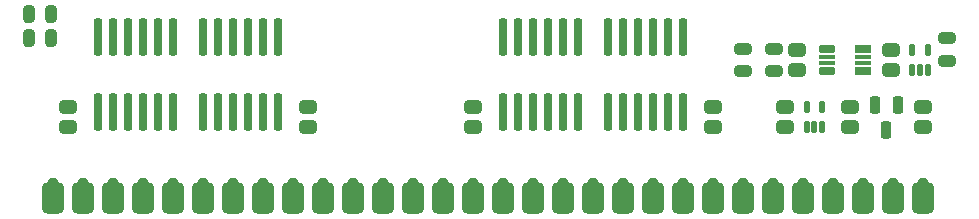
<source format=gts>
G04 #@! TF.GenerationSoftware,KiCad,Pcbnew,7.0.1-0*
G04 #@! TF.CreationDate,2023-11-01T19:37:53-04:00*
G04 #@! TF.ProjectId,GW4194,47573431-3934-42e6-9b69-6361645f7063,1.1-SOJ-DC*
G04 #@! TF.SameCoordinates,Original*
G04 #@! TF.FileFunction,Soldermask,Top*
G04 #@! TF.FilePolarity,Negative*
%FSLAX46Y46*%
G04 Gerber Fmt 4.6, Leading zero omitted, Abs format (unit mm)*
G04 Created by KiCad (PCBNEW 7.0.1-0) date 2023-11-01 19:37:53*
%MOMM*%
%LPD*%
G01*
G04 APERTURE LIST*
G04 Aperture macros list*
%AMRoundRect*
0 Rectangle with rounded corners*
0 $1 Rounding radius*
0 $2 $3 $4 $5 $6 $7 $8 $9 X,Y pos of 4 corners*
0 Add a 4 corners polygon primitive as box body*
4,1,4,$2,$3,$4,$5,$6,$7,$8,$9,$2,$3,0*
0 Add four circle primitives for the rounded corners*
1,1,$1+$1,$2,$3*
1,1,$1+$1,$4,$5*
1,1,$1+$1,$6,$7*
1,1,$1+$1,$8,$9*
0 Add four rect primitives between the rounded corners*
20,1,$1+$1,$2,$3,$4,$5,0*
20,1,$1+$1,$4,$5,$6,$7,0*
20,1,$1+$1,$6,$7,$8,$9,0*
20,1,$1+$1,$8,$9,$2,$3,0*%
G04 Aperture macros list end*
%ADD10RoundRect,0.312500X-0.437500X0.262500X-0.437500X-0.262500X0.437500X-0.262500X0.437500X0.262500X0*%
%ADD11RoundRect,0.312500X0.437500X-0.262500X0.437500X0.262500X-0.437500X0.262500X-0.437500X-0.262500X0*%
%ADD12C,0.952400*%
%ADD13RoundRect,0.520700X-0.444500X-0.825500X0.444500X-0.825500X0.444500X0.825500X-0.444500X0.825500X0*%
%ADD14RoundRect,0.262500X0.212500X0.487500X-0.212500X0.487500X-0.212500X-0.487500X0.212500X-0.487500X0*%
%ADD15RoundRect,0.262500X-0.212500X-0.487500X0.212500X-0.487500X0.212500X0.487500X-0.212500X0.487500X0*%
%ADD16RoundRect,0.262500X-0.487500X0.212500X-0.487500X-0.212500X0.487500X-0.212500X0.487500X0.212500X0*%
%ADD17RoundRect,0.140000X0.100000X-0.400000X0.100000X0.400000X-0.100000X0.400000X-0.100000X-0.400000X0*%
%ADD18RoundRect,0.250000X-0.200000X0.475000X-0.200000X-0.475000X0.200000X-0.475000X0.200000X0.475000X0*%
%ADD19RoundRect,0.262500X0.487500X-0.212500X0.487500X0.212500X-0.487500X0.212500X-0.487500X-0.212500X0*%
%ADD20RoundRect,0.200000X0.150000X-1.374000X0.150000X1.374000X-0.150000X1.374000X-0.150000X-1.374000X0*%
%ADD21RoundRect,0.200000X-0.475000X-0.175000X0.475000X-0.175000X0.475000X0.175000X-0.475000X0.175000X0*%
%ADD22RoundRect,0.100000X-0.600000X-0.075000X0.600000X-0.075000X0.600000X0.075000X-0.600000X0.075000X0*%
%ADD23RoundRect,0.200000X-0.500000X0.175000X-0.500000X-0.175000X0.500000X-0.175000X0.500000X0.175000X0*%
%ADD24RoundRect,0.200000X-0.500000X-0.175000X0.500000X-0.175000X0.500000X0.175000X-0.500000X0.175000X0*%
G04 APERTURE END LIST*
D10*
X85090000Y-92407000D03*
X85090000Y-94107000D03*
X105410000Y-92407000D03*
X105410000Y-94107000D03*
X119380000Y-92407000D03*
X119380000Y-94107000D03*
D11*
X157480000Y-94107000D03*
X157480000Y-92407000D03*
D12*
X83820000Y-98806000D03*
D13*
X83820000Y-100076000D03*
D12*
X86360000Y-98806000D03*
D13*
X86360000Y-100076000D03*
D12*
X88900000Y-98806000D03*
D13*
X88900000Y-100076000D03*
D12*
X91440000Y-98806000D03*
D13*
X91440000Y-100076000D03*
D12*
X93980000Y-98806000D03*
D13*
X93980000Y-100076000D03*
D12*
X96520000Y-98806000D03*
D13*
X96520000Y-100076000D03*
D12*
X99060000Y-98806000D03*
D13*
X99060000Y-100076000D03*
D12*
X101600000Y-98806000D03*
D13*
X101600000Y-100076000D03*
D12*
X104140000Y-98806000D03*
D13*
X104140000Y-100076000D03*
D12*
X106680000Y-98806000D03*
D13*
X106680000Y-100076000D03*
D12*
X109220000Y-98806000D03*
D13*
X109220000Y-100076000D03*
D12*
X111760000Y-98806000D03*
D13*
X111760000Y-100076000D03*
D12*
X114300000Y-98806000D03*
D13*
X114300000Y-100076000D03*
D12*
X116840000Y-98806000D03*
D13*
X116840000Y-100076000D03*
D12*
X119380000Y-98806000D03*
D13*
X119380000Y-100076000D03*
D12*
X121920000Y-98806000D03*
D13*
X121920000Y-100076000D03*
D12*
X124460000Y-98806000D03*
D13*
X124460000Y-100076000D03*
D12*
X127000000Y-98806000D03*
D13*
X127000000Y-100076000D03*
D12*
X129540000Y-98806000D03*
D13*
X129540000Y-100076000D03*
D12*
X132080000Y-98806000D03*
D13*
X132080000Y-100076000D03*
D12*
X134620000Y-98806000D03*
D13*
X134620000Y-100076000D03*
D12*
X137160000Y-98806000D03*
D13*
X137160000Y-100076000D03*
D12*
X139700000Y-98806000D03*
D13*
X139700000Y-100076000D03*
D12*
X142240000Y-98806000D03*
D13*
X142240000Y-100076000D03*
D12*
X144780000Y-98806000D03*
D13*
X144780000Y-100076000D03*
D12*
X147320000Y-98806000D03*
D13*
X147320000Y-100076000D03*
D12*
X149860000Y-98806000D03*
D13*
X149860000Y-100076000D03*
D12*
X152400000Y-98806000D03*
D13*
X152400000Y-100076000D03*
D12*
X154940000Y-98806000D03*
D13*
X154940000Y-100076000D03*
D12*
X157480000Y-98806000D03*
D13*
X157480000Y-100076000D03*
D14*
X83650000Y-86500000D03*
X81750000Y-86500000D03*
D15*
X81750000Y-84500000D03*
X83650000Y-84500000D03*
D10*
X146800000Y-87550000D03*
X146800000Y-89250000D03*
D16*
X144800000Y-87450000D03*
X144800000Y-89350000D03*
D17*
X147600000Y-94100000D03*
X148250000Y-94100000D03*
X148900000Y-94100000D03*
X148900000Y-92400000D03*
X147600000Y-92400000D03*
X156550000Y-89250000D03*
X157200000Y-89250000D03*
X157850000Y-89250000D03*
X157850000Y-87550000D03*
X156550000Y-87550000D03*
D10*
X154700000Y-87550000D03*
X154700000Y-89250000D03*
D18*
X155300000Y-92200000D03*
X153400000Y-92200000D03*
X154350000Y-94300000D03*
D10*
X151250000Y-92400000D03*
X151250000Y-94100000D03*
D19*
X142200000Y-89350000D03*
X142200000Y-87450000D03*
D10*
X145800000Y-92400000D03*
X145800000Y-94100000D03*
D20*
X121920000Y-92837000D03*
X123190000Y-92837000D03*
X124460000Y-92837000D03*
X125730000Y-92837000D03*
X127000000Y-92837000D03*
X128270000Y-92837000D03*
X130810000Y-92837000D03*
X132080000Y-92837000D03*
X133350000Y-92837000D03*
X134620000Y-92837000D03*
X135890000Y-92837000D03*
X137160000Y-92837000D03*
X137160000Y-86487000D03*
X135890000Y-86487000D03*
X134620000Y-86487000D03*
X133350000Y-86487000D03*
X132080000Y-86487000D03*
X130810000Y-86487000D03*
X128270000Y-86487000D03*
X127000000Y-86487000D03*
X125730000Y-86487000D03*
X124460000Y-86487000D03*
X123190000Y-86487000D03*
X121920000Y-86487000D03*
X87630000Y-92837000D03*
X88900000Y-92837000D03*
X90170000Y-92837000D03*
X91440000Y-92837000D03*
X92710000Y-92837000D03*
X93980000Y-92837000D03*
X96520000Y-92837000D03*
X97790000Y-92837000D03*
X99060000Y-92837000D03*
X100330000Y-92837000D03*
X101600000Y-92837000D03*
X102870000Y-92837000D03*
X102870000Y-86487000D03*
X101600000Y-86487000D03*
X100330000Y-86487000D03*
X99060000Y-86487000D03*
X97790000Y-86487000D03*
X96520000Y-86487000D03*
X93980000Y-86487000D03*
X92710000Y-86487000D03*
X91440000Y-86487000D03*
X90170000Y-86487000D03*
X88900000Y-86487000D03*
X87630000Y-86487000D03*
D10*
X139700000Y-92407000D03*
X139700000Y-94107000D03*
D21*
X149350000Y-87450000D03*
D22*
X149325000Y-88150000D03*
X149325000Y-88650000D03*
D21*
X149350000Y-89350000D03*
D23*
X152375000Y-89350000D03*
D22*
X152375000Y-88650000D03*
X152375000Y-88150000D03*
D24*
X152375000Y-87450000D03*
D16*
X159500000Y-86550000D03*
X159500000Y-88450000D03*
M02*

</source>
